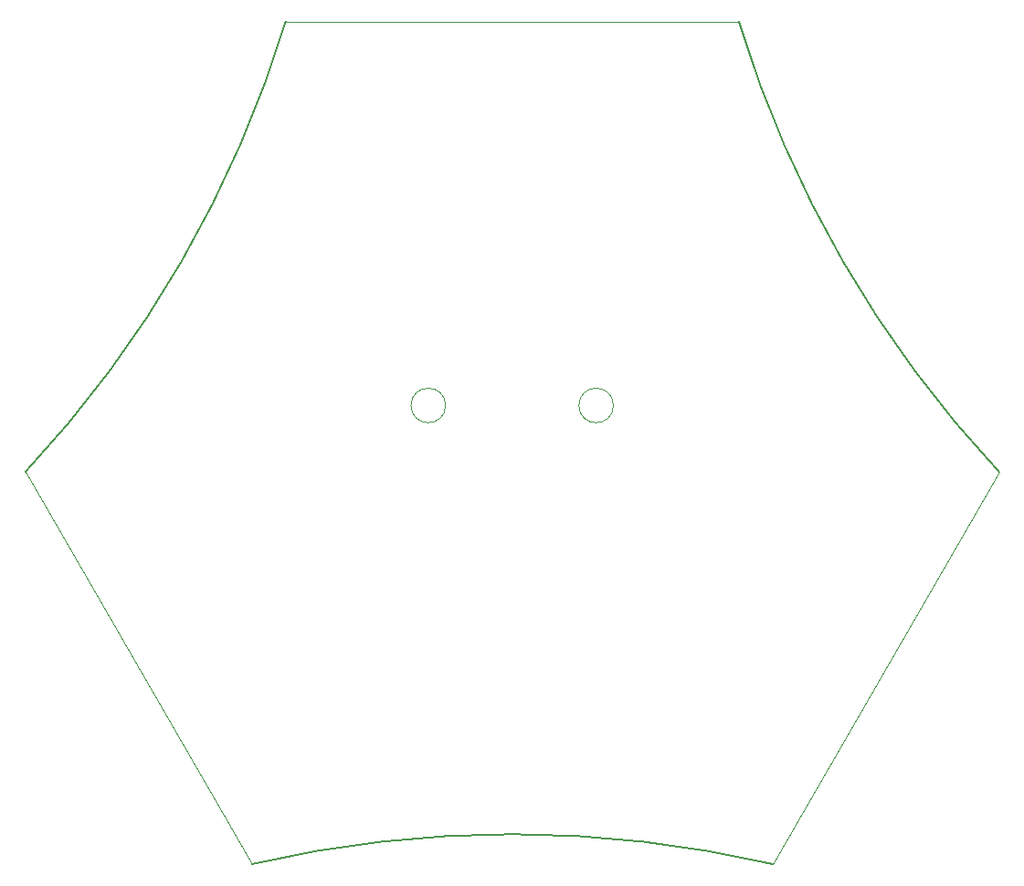
<source format=gbr>
%TF.GenerationSoftware,KiCad,Pcbnew,6.0.8-f2edbf62ab~116~ubuntu22.04.1*%
%TF.CreationDate,2022-10-25T14:13:26+02:00*%
%TF.ProjectId,holonomeRobot_alpha,686f6c6f-6e6f-46d6-9552-6f626f745f61,rev?*%
%TF.SameCoordinates,Original*%
%TF.FileFunction,Profile,NP*%
%FSLAX46Y46*%
G04 Gerber Fmt 4.6, Leading zero omitted, Abs format (unit mm)*
G04 Created by KiCad (PCBNEW 6.0.8-f2edbf62ab~116~ubuntu22.04.1) date 2022-10-25 14:13:26*
%MOMM*%
%LPD*%
G01*
G04 APERTURE LIST*
%TA.AperFunction,Profile*%
%ADD10C,0.100000*%
%TD*%
%TA.AperFunction,Profile*%
%ADD11C,0.150000*%
%TD*%
G04 APERTURE END LIST*
D10*
X151141000Y-139786500D02*
X172141000Y-103413400D01*
X106000000Y-61600000D02*
X148000000Y-61600000D01*
X136380000Y-97230000D02*
G75*
G03*
X136380000Y-97230000I-1600000J0D01*
G01*
D11*
X147999996Y-61600001D02*
G75*
G03*
X172141000Y-103413400I101911704J30963201D01*
G01*
X81859001Y-103413401D02*
G75*
G03*
X106000000Y-61600000I-77770691J72776581D01*
G01*
D10*
X102859000Y-139786500D02*
X81859000Y-103413400D01*
X120820000Y-97230000D02*
G75*
G03*
X120820000Y-97230000I-1600000J0D01*
G01*
D11*
X151141017Y-139786536D02*
G75*
G03*
X102859050Y-139786553I-24140947J-103739694D01*
G01*
M02*

</source>
